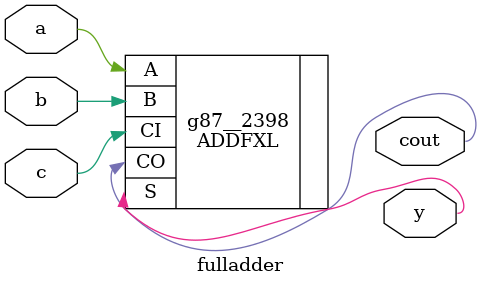
<source format=v>


// Verification Directory fv/fulladder 

module fulladder(a, b, c, y, cout);
  input a, b, c;
  output y, cout;
  wire a, b, c;
  wire y, cout;
  ADDFXL g87__2398(.A (a), .B (b), .CI (c), .CO (cout), .S (y));
endmodule


</source>
